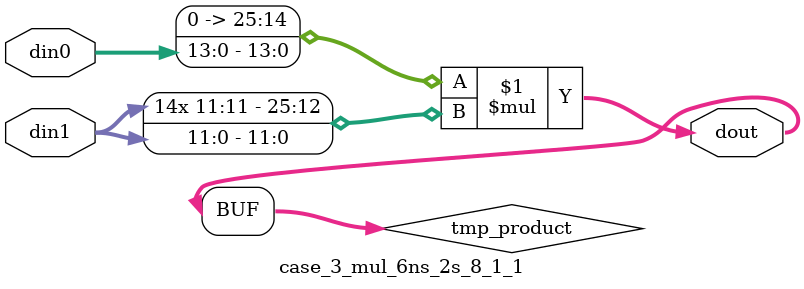
<source format=v>

`timescale 1 ns / 1 ps

 (* use_dsp = "no" *)  module case_3_mul_6ns_2s_8_1_1(din0, din1, dout);
parameter ID = 1;
parameter NUM_STAGE = 0;
parameter din0_WIDTH = 14;
parameter din1_WIDTH = 12;
parameter dout_WIDTH = 26;

input [din0_WIDTH - 1 : 0] din0; 
input [din1_WIDTH - 1 : 0] din1; 
output [dout_WIDTH - 1 : 0] dout;

wire signed [dout_WIDTH - 1 : 0] tmp_product;

























assign tmp_product = $signed({1'b0, din0}) * $signed(din1);










assign dout = tmp_product;





















endmodule

</source>
